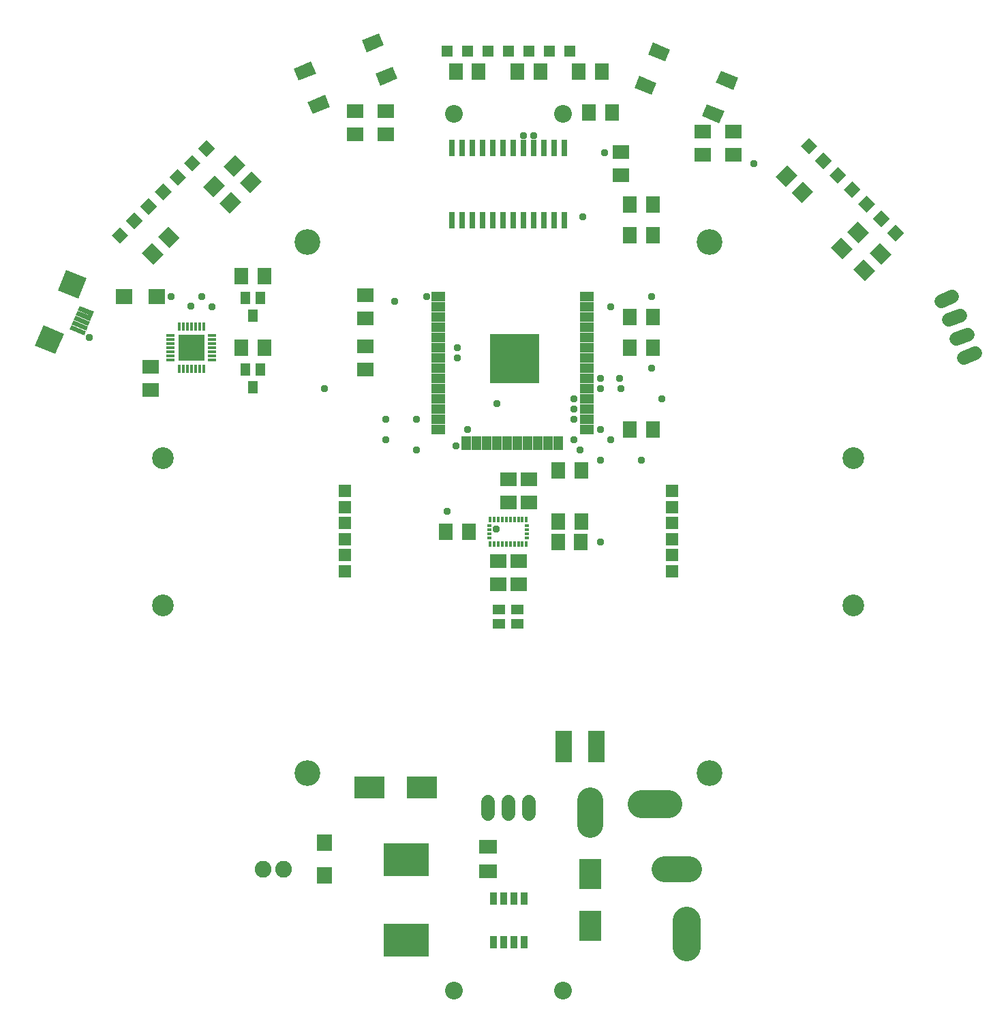
<source format=gbr>
G04 EAGLE Gerber RS-274X export*
G75*
%MOMM*%
%FSLAX34Y34*%
%LPD*%
%INSoldermask Top*%
%IPPOS*%
%AMOC8*
5,1,8,0,0,1.08239X$1,22.5*%
G01*
%ADD10C,2.203200*%
%ADD11C,2.703200*%
%ADD12C,3.203200*%
%ADD13R,2.703200X3.703200*%
%ADD14R,1.803200X2.003200*%
%ADD15R,2.003200X1.803200*%
%ADD16R,3.703200X2.703200*%
%ADD17R,1.903200X2.003200*%
%ADD18R,2.003200X1.903200*%
%ADD19C,1.727200*%
%ADD20R,5.703200X4.053200*%
%ADD21R,1.203200X1.603200*%
%ADD22R,1.803200X2.006200*%
%ADD23R,2.006200X1.803200*%
%ADD24R,1.625600X1.625600*%
%ADD25R,0.803200X2.003200*%
%ADD26R,1.473200X1.473200*%
%ADD27R,1.473200X1.473200*%
%ADD28R,0.853200X1.503200*%
%ADD29R,1.703200X1.203200*%
%ADD30R,1.203200X1.703200*%
%ADD31R,6.203200X6.203200*%
%ADD32R,1.600200X2.311400*%
%ADD33C,3.251200*%
%ADD34C,3.505200*%
%ADD35R,1.953200X0.603200*%
%ADD36R,2.743200X2.743200*%
%ADD37R,1.103200X0.457200*%
%ADD38R,0.457200X1.103200*%
%ADD39R,3.303200X3.303200*%
%ADD40C,2.082800*%
%ADD41R,0.453200X0.678200*%
%ADD42R,0.578200X0.453200*%
%ADD43R,1.503200X1.303200*%
%ADD44R,2.003200X3.903200*%
%ADD45R,2.203200X1.703200*%
%ADD46C,0.959600*%


D10*
X-67500Y-570000D03*
X67500Y-570000D03*
X-67500Y518700D03*
X67500Y518700D03*
D11*
X-428960Y91240D03*
X-428960Y-91240D03*
X428960Y91240D03*
X428960Y-91240D03*
D12*
X-250000Y360000D03*
X250000Y360000D03*
X250000Y-300000D03*
X-250000Y-300000D03*
D13*
X101600Y-424700D03*
X101600Y-489700D03*
D14*
G36*
X344994Y428242D02*
X332244Y440992D01*
X346408Y455156D01*
X359158Y442406D01*
X344994Y428242D01*
G37*
G36*
X364792Y408444D02*
X352042Y421194D01*
X366206Y435358D01*
X378956Y422608D01*
X364792Y408444D01*
G37*
D15*
X-444500Y204500D03*
X-444500Y176500D03*
X241300Y496600D03*
X241300Y468600D03*
X-152400Y522000D03*
X-152400Y494000D03*
D16*
X-172200Y-317500D03*
X-107200Y-317500D03*
D15*
X-177800Y293400D03*
X-177800Y265400D03*
X139700Y443200D03*
X139700Y471200D03*
D14*
G36*
X-428242Y344994D02*
X-440992Y332244D01*
X-455156Y346408D01*
X-442406Y359158D01*
X-428242Y344994D01*
G37*
G36*
X-408444Y364792D02*
X-421194Y352042D01*
X-435358Y366206D01*
X-422608Y378956D01*
X-408444Y364792D01*
G37*
X-64800Y571500D03*
X-36800Y571500D03*
D17*
X-228600Y-385900D03*
X-228600Y-426900D03*
D18*
X-436700Y292100D03*
X-477700Y292100D03*
D19*
X25400Y-335280D02*
X25400Y-350520D01*
X0Y-350520D02*
X0Y-335280D01*
X-25400Y-335280D02*
X-25400Y-350520D01*
D20*
X-127000Y-506950D03*
X-127000Y-407450D03*
D21*
X-317500Y179500D03*
X-327000Y201500D03*
X-308000Y201500D03*
X-317500Y268400D03*
X-327000Y290400D03*
X-308000Y290400D03*
D22*
X179320Y406400D03*
X150880Y406400D03*
X150880Y266700D03*
X179320Y266700D03*
D23*
X-177800Y201680D03*
X-177800Y230120D03*
D22*
X61980Y76200D03*
X90420Y76200D03*
G36*
X-346262Y395577D02*
X-359013Y408328D01*
X-344828Y422513D01*
X-332077Y409762D01*
X-346262Y395577D01*
G37*
G36*
X-366372Y415687D02*
X-379123Y428438D01*
X-364938Y442623D01*
X-352187Y429872D01*
X-366372Y415687D01*
G37*
G36*
X-320862Y420977D02*
X-333613Y433728D01*
X-319428Y447913D01*
X-306677Y435162D01*
X-320862Y420977D01*
G37*
G36*
X-340972Y441087D02*
X-353723Y453838D01*
X-339538Y468023D01*
X-326787Y455272D01*
X-340972Y441087D01*
G37*
X179320Y127000D03*
X150880Y127000D03*
D23*
X-190500Y493780D03*
X-190500Y522220D03*
X279400Y468380D03*
X279400Y496820D03*
D22*
X179320Y368300D03*
X150880Y368300D03*
X11180Y571500D03*
X39620Y571500D03*
X115820Y571500D03*
X87380Y571500D03*
G36*
X400657Y352612D02*
X413408Y365363D01*
X427593Y351178D01*
X414842Y338427D01*
X400657Y352612D01*
G37*
G36*
X420767Y372722D02*
X433518Y385473D01*
X447703Y371288D01*
X434952Y358537D01*
X420767Y372722D01*
G37*
G36*
X428597Y325942D02*
X441348Y338693D01*
X455533Y324508D01*
X442782Y311757D01*
X428597Y325942D01*
G37*
G36*
X448707Y346052D02*
X461458Y358803D01*
X475643Y344618D01*
X462892Y331867D01*
X448707Y346052D01*
G37*
X-303280Y228600D03*
X-331720Y228600D03*
X-303280Y317500D03*
X-331720Y317500D03*
X150880Y228600D03*
X179320Y228600D03*
D19*
X537576Y286545D02*
X551726Y292205D01*
X561159Y268622D02*
X547009Y262962D01*
X556441Y239378D02*
X570591Y245038D01*
X580024Y221455D02*
X565874Y215795D01*
D24*
X-203219Y-49214D03*
X-203219Y-29214D03*
X-203219Y-9214D03*
X-203219Y10786D03*
X-203219Y30786D03*
X-203219Y50786D03*
D25*
X69850Y476550D03*
X57150Y476550D03*
X44450Y476550D03*
X31750Y476550D03*
X19050Y476550D03*
X6350Y476550D03*
X-6350Y476550D03*
X-19050Y476550D03*
X-31750Y476550D03*
X-44450Y476550D03*
X-57150Y476550D03*
X-69850Y476550D03*
X-69850Y387050D03*
X-57150Y387050D03*
X-44450Y387050D03*
X-31750Y387050D03*
X-19050Y387050D03*
X-6350Y387050D03*
X6350Y387050D03*
X19050Y387050D03*
X31750Y387050D03*
X44450Y387050D03*
X57150Y387050D03*
X69850Y387050D03*
D26*
X-76200Y596900D03*
X-50800Y596900D03*
X-25400Y596900D03*
X0Y596900D03*
X25400Y596900D03*
X50800Y596900D03*
X76200Y596900D03*
D27*
G36*
X373380Y468373D02*
X362963Y478790D01*
X373380Y489207D01*
X383797Y478790D01*
X373380Y468373D01*
G37*
G36*
X391341Y450412D02*
X380924Y460829D01*
X391341Y471246D01*
X401758Y460829D01*
X391341Y450412D01*
G37*
G36*
X409301Y432452D02*
X398884Y442869D01*
X409301Y453286D01*
X419718Y442869D01*
X409301Y432452D01*
G37*
G36*
X427262Y414491D02*
X416845Y424908D01*
X427262Y435325D01*
X437679Y424908D01*
X427262Y414491D01*
G37*
G36*
X445222Y396531D02*
X434805Y406948D01*
X445222Y417365D01*
X455639Y406948D01*
X445222Y396531D01*
G37*
G36*
X463183Y378570D02*
X452766Y388987D01*
X463183Y399404D01*
X473600Y388987D01*
X463183Y378570D01*
G37*
G36*
X481143Y360610D02*
X470726Y371027D01*
X481143Y381444D01*
X491560Y371027D01*
X481143Y360610D01*
G37*
G36*
X-472183Y368300D02*
X-482600Y357883D01*
X-493017Y368300D01*
X-482600Y378717D01*
X-472183Y368300D01*
G37*
G36*
X-454222Y386261D02*
X-464639Y375844D01*
X-475056Y386261D01*
X-464639Y396678D01*
X-454222Y386261D01*
G37*
G36*
X-436262Y404221D02*
X-446679Y393804D01*
X-457096Y404221D01*
X-446679Y414638D01*
X-436262Y404221D01*
G37*
G36*
X-418301Y422182D02*
X-428718Y411765D01*
X-439135Y422182D01*
X-428718Y432599D01*
X-418301Y422182D01*
G37*
G36*
X-400341Y440142D02*
X-410758Y429725D01*
X-421175Y440142D01*
X-410758Y450559D01*
X-400341Y440142D01*
G37*
G36*
X-382380Y458103D02*
X-392797Y447686D01*
X-403214Y458103D01*
X-392797Y468520D01*
X-382380Y458103D01*
G37*
G36*
X-364420Y476063D02*
X-374837Y465646D01*
X-385254Y476063D01*
X-374837Y486480D01*
X-364420Y476063D01*
G37*
D28*
X19400Y-455700D03*
X6700Y-455700D03*
X-6000Y-455700D03*
X-18700Y-455700D03*
X-18700Y-509500D03*
X-6000Y-509500D03*
X6700Y-509500D03*
X19400Y-509500D03*
D29*
X-87420Y254150D03*
X-87420Y241450D03*
X-87420Y228750D03*
X-87420Y216050D03*
X-87420Y203350D03*
X-87420Y190650D03*
X-87420Y177950D03*
X-87420Y165250D03*
D30*
X62380Y109750D03*
D29*
X97580Y127150D03*
X97580Y139850D03*
X97580Y152550D03*
X97580Y165250D03*
X97580Y177950D03*
X97580Y190650D03*
X97580Y203350D03*
D30*
X-26520Y109750D03*
D29*
X-87420Y152550D03*
X-87420Y139850D03*
X-87420Y127150D03*
D30*
X-51920Y109750D03*
X-39220Y109750D03*
D29*
X-87420Y266850D03*
X-87420Y279550D03*
X-87420Y292250D03*
D30*
X-13820Y109750D03*
X-1120Y109750D03*
X11580Y109750D03*
X49680Y109750D03*
X36980Y109750D03*
X24280Y109750D03*
D29*
X97580Y216050D03*
X97580Y228750D03*
X97580Y241450D03*
X97580Y254150D03*
X97580Y266850D03*
X97580Y279550D03*
X97580Y292250D03*
D31*
X8080Y215250D03*
D32*
G36*
X-176025Y595362D02*
X-182149Y610145D01*
X-160795Y618990D01*
X-154671Y604207D01*
X-176025Y595362D01*
G37*
G36*
X-260270Y560466D02*
X-266394Y575249D01*
X-245040Y584094D01*
X-238916Y569311D01*
X-260270Y560466D01*
G37*
G36*
X-158820Y553826D02*
X-164944Y568609D01*
X-143590Y577454D01*
X-137466Y562671D01*
X-158820Y553826D01*
G37*
G36*
X-243065Y518930D02*
X-249189Y533713D01*
X-227835Y542558D01*
X-221711Y527775D01*
X-243065Y518930D01*
G37*
G36*
X257966Y557881D02*
X264090Y572664D01*
X285444Y563819D01*
X279320Y549036D01*
X257966Y557881D01*
G37*
G36*
X173721Y592777D02*
X179845Y607560D01*
X201199Y598715D01*
X195075Y583932D01*
X173721Y592777D01*
G37*
G36*
X240761Y516345D02*
X246885Y531128D01*
X268239Y522283D01*
X262115Y507500D01*
X240761Y516345D01*
G37*
G36*
X156516Y551241D02*
X162640Y566024D01*
X183994Y557179D01*
X177870Y542396D01*
X156516Y551241D01*
G37*
D33*
X194310Y-419100D02*
X224790Y-419100D01*
D34*
X220980Y-482600D02*
X220980Y-515620D01*
D35*
G36*
X-526801Y243550D02*
X-544845Y251023D01*
X-542537Y256596D01*
X-524493Y249123D01*
X-526801Y243550D01*
G37*
G36*
X-516852Y267571D02*
X-534896Y275044D01*
X-532588Y280617D01*
X-514544Y273144D01*
X-516852Y267571D01*
G37*
G36*
X-524314Y249555D02*
X-542358Y257028D01*
X-540050Y262601D01*
X-522006Y255128D01*
X-524314Y249555D01*
G37*
G36*
X-521826Y255561D02*
X-539870Y263034D01*
X-537562Y268607D01*
X-519518Y261134D01*
X-521826Y255561D01*
G37*
G36*
X-519339Y261566D02*
X-537383Y269039D01*
X-535075Y274612D01*
X-517031Y267139D01*
X-519339Y261566D01*
G37*
D36*
G36*
X-559459Y299886D02*
X-548962Y325229D01*
X-523619Y314732D01*
X-534116Y289389D01*
X-559459Y299886D01*
G37*
G36*
X-587969Y231057D02*
X-577472Y256400D01*
X-552129Y245903D01*
X-562626Y220560D01*
X-587969Y231057D01*
G37*
D37*
X-419600Y243600D03*
X-419600Y238600D03*
X-419600Y233600D03*
X-419600Y228600D03*
X-419600Y223600D03*
X-419600Y218600D03*
X-419600Y213600D03*
D38*
X-408700Y202700D03*
X-403700Y202700D03*
X-398700Y202700D03*
X-393700Y202700D03*
X-388700Y202700D03*
X-383700Y202700D03*
X-378700Y202700D03*
D37*
X-367800Y213600D03*
X-367800Y218600D03*
X-367800Y223600D03*
X-367800Y228600D03*
X-367800Y233600D03*
X-367800Y238600D03*
X-367800Y243600D03*
D38*
X-378700Y254500D03*
X-383700Y254500D03*
X-388700Y254500D03*
X-393700Y254500D03*
X-398700Y254500D03*
X-403700Y254500D03*
X-408700Y254500D03*
D39*
X-393700Y228600D03*
D33*
X101600Y-334010D02*
X101600Y-364490D01*
D34*
X165100Y-337820D02*
X198120Y-337820D01*
D40*
X-304800Y-419100D03*
X-279400Y-419100D03*
D41*
X22500Y-15625D03*
D42*
X23125Y-7500D03*
X23125Y-2500D03*
X23125Y2500D03*
X23125Y7500D03*
D41*
X22500Y15625D03*
X17500Y15625D03*
X12500Y15625D03*
X7500Y15625D03*
X2500Y15625D03*
X-2500Y15625D03*
X-7500Y15625D03*
X-12500Y15625D03*
X-17500Y15625D03*
X-22500Y15625D03*
D42*
X-23125Y7500D03*
X-23125Y2500D03*
X-23125Y-2500D03*
X-23125Y-7500D03*
D41*
X-22500Y-15625D03*
X-17500Y-15625D03*
X-12500Y-15625D03*
X-7500Y-15625D03*
X-2500Y-15625D03*
X2500Y-15625D03*
X7500Y-15625D03*
X12500Y-15625D03*
X17500Y-15625D03*
D14*
X90200Y-12700D03*
X62200Y-12700D03*
D15*
X0Y64800D03*
X0Y36800D03*
X12700Y-64800D03*
X12700Y-36800D03*
X-12700Y-64800D03*
X-12700Y-36800D03*
D22*
X-77720Y0D03*
X-49280Y0D03*
D23*
X25400Y65020D03*
X25400Y36580D03*
D22*
X90420Y12700D03*
X61980Y12700D03*
D24*
X203200Y50800D03*
X203200Y30800D03*
X203200Y10800D03*
X203200Y-9200D03*
X203200Y-29200D03*
X203200Y-49200D03*
D43*
X-11500Y-96410D03*
X11500Y-114410D03*
X11500Y-96410D03*
X-11500Y-114410D03*
D44*
X109400Y-266700D03*
X68400Y-266700D03*
D45*
X-25400Y-421400D03*
X-25400Y-391400D03*
D22*
X128520Y520700D03*
X100080Y520700D03*
D46*
X-419100Y292100D03*
X-76200Y25400D03*
X-64770Y106680D03*
X-13970Y158750D03*
X-140970Y285750D03*
X-101600Y292100D03*
X119267Y470604D03*
X-520700Y241300D03*
X-14687Y3207D03*
X92710Y391160D03*
X88900Y101600D03*
X114300Y-12700D03*
X114300Y88900D03*
X81162Y139700D03*
X81162Y152400D03*
X81162Y165100D03*
X81162Y114300D03*
X139700Y177800D03*
X114300Y177800D03*
X-63500Y215900D03*
X138430Y190500D03*
X114300Y190500D03*
X-63500Y228600D03*
X127000Y114300D03*
X127000Y279400D03*
X177800Y292100D03*
X-381000Y292100D03*
X177800Y203200D03*
X-394671Y280371D03*
X-152400Y114300D03*
X-50800Y127000D03*
X-368300Y279400D03*
X-114300Y101600D03*
X304800Y457200D03*
X-228600Y177800D03*
X114300Y127150D03*
X190500Y165100D03*
X19050Y491490D03*
X31750Y491490D03*
X165100Y88900D03*
X-114300Y139700D03*
X-152400Y139700D03*
M02*

</source>
